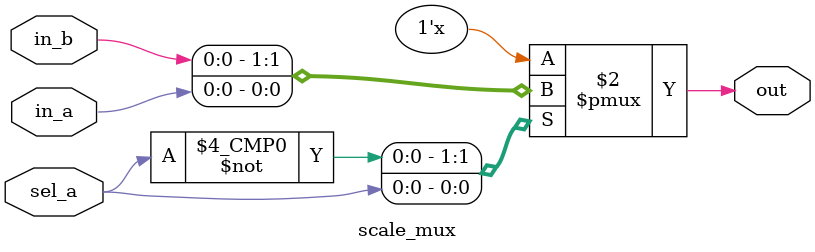
<source format=sv>
`timescale  1ns/1ps
module  scale_mux #(parameter WIDTH = 1)
    (
    input   wire    [WIDTH-1:0] in_a,
    input   wire    [WIDTH-1:0] in_b,
    input   wire    sel_a,
    output   reg    [WIDTH-1:0] out
    );

    always_comb begin
        unique case (sel_a)
        1'b0    :   out = in_b;
        1'b1    :   out = in_a;
        default :   out = 'x;
        endcase
    end

endmodule

</source>
